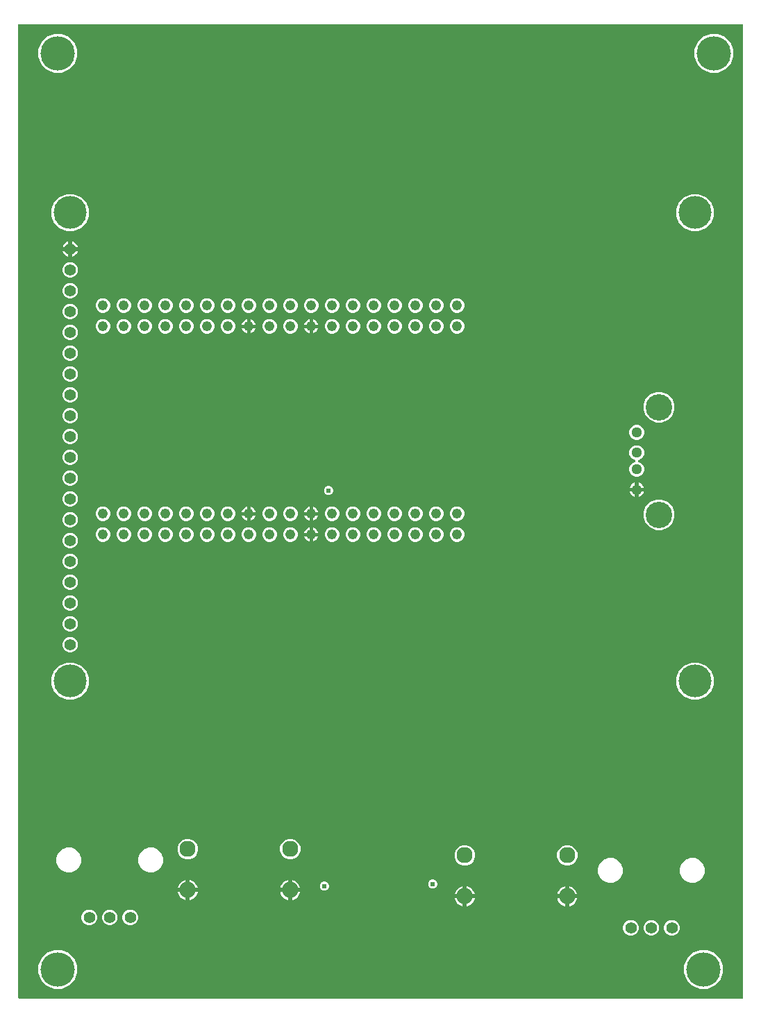
<source format=gbr>
G04 EAGLE Gerber RS-274X export*
G75*
%MOMM*%
%FSLAX34Y34*%
%LPD*%
%INCopper Layer 2*%
%IPPOS*%
%AMOC8*
5,1,8,0,0,1.08239X$1,22.5*%
G01*
%ADD10C,1.244600*%
%ADD11C,1.400000*%
%ADD12C,4.016000*%
%ADD13C,1.960000*%
%ADD14C,1.288000*%
%ADD15C,3.220000*%
%ADD16C,4.191000*%
%ADD17C,0.609600*%

G36*
X885308Y2556D02*
X885308Y2556D01*
X885427Y2563D01*
X885465Y2576D01*
X885506Y2581D01*
X885616Y2624D01*
X885729Y2661D01*
X885764Y2683D01*
X885801Y2698D01*
X885897Y2767D01*
X885998Y2831D01*
X886026Y2861D01*
X886059Y2884D01*
X886135Y2976D01*
X886216Y3063D01*
X886236Y3098D01*
X886261Y3129D01*
X886312Y3237D01*
X886370Y3341D01*
X886380Y3381D01*
X886397Y3417D01*
X886419Y3534D01*
X886449Y3649D01*
X886453Y3709D01*
X886457Y3729D01*
X886455Y3750D01*
X886459Y3810D01*
X886459Y1189990D01*
X886444Y1190108D01*
X886437Y1190227D01*
X886424Y1190265D01*
X886419Y1190306D01*
X886376Y1190416D01*
X886339Y1190529D01*
X886317Y1190564D01*
X886302Y1190601D01*
X886233Y1190697D01*
X886169Y1190798D01*
X886139Y1190826D01*
X886116Y1190859D01*
X886024Y1190935D01*
X885937Y1191016D01*
X885902Y1191036D01*
X885871Y1191061D01*
X885763Y1191112D01*
X885659Y1191170D01*
X885619Y1191180D01*
X885583Y1191197D01*
X885466Y1191219D01*
X885351Y1191249D01*
X885291Y1191253D01*
X885271Y1191257D01*
X885250Y1191255D01*
X885190Y1191259D01*
X3810Y1191259D01*
X3692Y1191244D01*
X3573Y1191237D01*
X3535Y1191224D01*
X3494Y1191219D01*
X3384Y1191176D01*
X3271Y1191139D01*
X3236Y1191117D01*
X3199Y1191102D01*
X3103Y1191033D01*
X3002Y1190969D01*
X2974Y1190939D01*
X2941Y1190916D01*
X2865Y1190824D01*
X2784Y1190737D01*
X2764Y1190702D01*
X2739Y1190671D01*
X2688Y1190563D01*
X2630Y1190459D01*
X2620Y1190419D01*
X2603Y1190383D01*
X2581Y1190266D01*
X2551Y1190151D01*
X2547Y1190091D01*
X2543Y1190071D01*
X2545Y1190050D01*
X2541Y1189990D01*
X2541Y3810D01*
X2556Y3692D01*
X2563Y3573D01*
X2576Y3535D01*
X2581Y3494D01*
X2624Y3384D01*
X2661Y3271D01*
X2683Y3236D01*
X2698Y3199D01*
X2767Y3103D01*
X2831Y3002D01*
X2861Y2974D01*
X2884Y2941D01*
X2976Y2865D01*
X3063Y2784D01*
X3098Y2764D01*
X3129Y2739D01*
X3237Y2688D01*
X3341Y2630D01*
X3381Y2620D01*
X3417Y2603D01*
X3534Y2581D01*
X3649Y2551D01*
X3709Y2547D01*
X3729Y2543D01*
X3750Y2545D01*
X3810Y2541D01*
X885190Y2541D01*
X885308Y2556D01*
G37*
%LPC*%
G36*
X846226Y1132204D02*
X846226Y1132204D01*
X837591Y1135781D01*
X830981Y1142391D01*
X827404Y1151026D01*
X827404Y1160374D01*
X830981Y1169009D01*
X837591Y1175619D01*
X846226Y1179196D01*
X855574Y1179196D01*
X864209Y1175619D01*
X870819Y1169009D01*
X874396Y1160374D01*
X874396Y1151026D01*
X870819Y1142391D01*
X864209Y1135781D01*
X855574Y1132204D01*
X846226Y1132204D01*
G37*
%LPD*%
%LPC*%
G36*
X46126Y1132204D02*
X46126Y1132204D01*
X37491Y1135781D01*
X30881Y1142391D01*
X27304Y1151026D01*
X27304Y1160374D01*
X30881Y1169009D01*
X37491Y1175619D01*
X46126Y1179196D01*
X55474Y1179196D01*
X64109Y1175619D01*
X70719Y1169009D01*
X74296Y1160374D01*
X74296Y1151026D01*
X70719Y1142391D01*
X64109Y1135781D01*
X55474Y1132204D01*
X46126Y1132204D01*
G37*
%LPD*%
%LPC*%
G36*
X46126Y14604D02*
X46126Y14604D01*
X37491Y18181D01*
X30881Y24791D01*
X27304Y33426D01*
X27304Y42774D01*
X30881Y51409D01*
X37491Y58019D01*
X46126Y61596D01*
X55474Y61596D01*
X64109Y58019D01*
X70719Y51409D01*
X74296Y42774D01*
X74296Y33426D01*
X70719Y24791D01*
X64109Y18181D01*
X55474Y14604D01*
X46126Y14604D01*
G37*
%LPD*%
%LPC*%
G36*
X833526Y14604D02*
X833526Y14604D01*
X824891Y18181D01*
X818281Y24791D01*
X814704Y33426D01*
X814704Y42774D01*
X818281Y51409D01*
X824891Y58019D01*
X833526Y61596D01*
X842874Y61596D01*
X851509Y58019D01*
X858119Y51409D01*
X861696Y42774D01*
X861696Y33426D01*
X858119Y24791D01*
X851509Y18181D01*
X842874Y14604D01*
X833526Y14604D01*
G37*
%LPD*%
%LPC*%
G36*
X823540Y938769D02*
X823540Y938769D01*
X815226Y942213D01*
X808863Y948576D01*
X805419Y956890D01*
X805419Y965890D01*
X808863Y974204D01*
X815226Y980567D01*
X823540Y984011D01*
X832540Y984011D01*
X840854Y980567D01*
X847217Y974204D01*
X850661Y965890D01*
X850661Y956890D01*
X847217Y948576D01*
X840854Y942213D01*
X832540Y938769D01*
X823540Y938769D01*
G37*
%LPD*%
%LPC*%
G36*
X61540Y938769D02*
X61540Y938769D01*
X53226Y942213D01*
X46863Y948576D01*
X43419Y956890D01*
X43419Y965890D01*
X46863Y974204D01*
X53226Y980567D01*
X61540Y984011D01*
X70540Y984011D01*
X78854Y980567D01*
X85217Y974204D01*
X88661Y965890D01*
X88661Y956890D01*
X85217Y948576D01*
X78854Y942213D01*
X70540Y938769D01*
X61540Y938769D01*
G37*
%LPD*%
%LPC*%
G36*
X61540Y367269D02*
X61540Y367269D01*
X53226Y370713D01*
X46863Y377076D01*
X43419Y385390D01*
X43419Y394390D01*
X46863Y402704D01*
X53226Y409067D01*
X61540Y412511D01*
X70540Y412511D01*
X78854Y409067D01*
X85217Y402704D01*
X88661Y394390D01*
X88661Y385390D01*
X85217Y377076D01*
X78854Y370713D01*
X70540Y367269D01*
X61540Y367269D01*
G37*
%LPD*%
%LPC*%
G36*
X823540Y367269D02*
X823540Y367269D01*
X815226Y370713D01*
X808863Y377076D01*
X805419Y385390D01*
X805419Y394390D01*
X808863Y402704D01*
X815226Y409067D01*
X823540Y412511D01*
X832540Y412511D01*
X840854Y409067D01*
X847217Y402704D01*
X850661Y394390D01*
X850661Y385390D01*
X847217Y377076D01*
X840854Y370713D01*
X832540Y367269D01*
X823540Y367269D01*
G37*
%LPD*%
%LPC*%
G36*
X780312Y574079D02*
X780312Y574079D01*
X773461Y576917D01*
X768217Y582161D01*
X765379Y589012D01*
X765379Y596428D01*
X768217Y603279D01*
X773461Y608523D01*
X780312Y611361D01*
X787728Y611361D01*
X794579Y608523D01*
X799823Y603279D01*
X802661Y596428D01*
X802661Y589012D01*
X799823Y582161D01*
X794579Y576917D01*
X787728Y574079D01*
X780312Y574079D01*
G37*
%LPD*%
%LPC*%
G36*
X780312Y705479D02*
X780312Y705479D01*
X773461Y708317D01*
X768217Y713561D01*
X765379Y720412D01*
X765379Y727828D01*
X768217Y734679D01*
X773461Y739923D01*
X780312Y742761D01*
X787728Y742761D01*
X794579Y739923D01*
X799823Y734679D01*
X802661Y727828D01*
X802661Y720412D01*
X799823Y713561D01*
X794579Y708317D01*
X787728Y705479D01*
X780312Y705479D01*
G37*
%LPD*%
%LPC*%
G36*
X721708Y143859D02*
X721708Y143859D01*
X716180Y146149D01*
X711949Y150380D01*
X709659Y155908D01*
X709659Y161892D01*
X711949Y167420D01*
X716180Y171651D01*
X721708Y173941D01*
X727692Y173941D01*
X733220Y171651D01*
X737451Y167420D01*
X739741Y161892D01*
X739741Y155908D01*
X737451Y150380D01*
X733220Y146149D01*
X727692Y143859D01*
X721708Y143859D01*
G37*
%LPD*%
%LPC*%
G36*
X821708Y143859D02*
X821708Y143859D01*
X816180Y146149D01*
X811949Y150380D01*
X809659Y155908D01*
X809659Y161892D01*
X811949Y167420D01*
X816180Y171651D01*
X821708Y173941D01*
X827692Y173941D01*
X833220Y171651D01*
X837451Y167420D01*
X839741Y161892D01*
X839741Y155908D01*
X837451Y150380D01*
X833220Y146149D01*
X827692Y143859D01*
X821708Y143859D01*
G37*
%LPD*%
%LPC*%
G36*
X61308Y156559D02*
X61308Y156559D01*
X55780Y158849D01*
X51549Y163080D01*
X49259Y168608D01*
X49259Y174592D01*
X51549Y180120D01*
X55780Y184351D01*
X61308Y186641D01*
X67292Y186641D01*
X72820Y184351D01*
X77051Y180120D01*
X79341Y174592D01*
X79341Y168608D01*
X77051Y163080D01*
X72820Y158849D01*
X67292Y156559D01*
X61308Y156559D01*
G37*
%LPD*%
%LPC*%
G36*
X161308Y156559D02*
X161308Y156559D01*
X155780Y158849D01*
X151549Y163080D01*
X149259Y168608D01*
X149259Y174592D01*
X151549Y180120D01*
X155780Y184351D01*
X161308Y186641D01*
X167292Y186641D01*
X172820Y184351D01*
X177051Y180120D01*
X179341Y174592D01*
X179341Y168608D01*
X177051Y163080D01*
X172820Y158849D01*
X167292Y156559D01*
X161308Y156559D01*
G37*
%LPD*%
%LPC*%
G36*
X755134Y639439D02*
X755134Y639439D01*
X751833Y640806D01*
X749306Y643333D01*
X747939Y646634D01*
X747939Y650206D01*
X749306Y653507D01*
X751833Y656034D01*
X754763Y657247D01*
X754884Y657316D01*
X755007Y657381D01*
X755022Y657395D01*
X755040Y657405D01*
X755140Y657502D01*
X755242Y657595D01*
X755253Y657612D01*
X755268Y657626D01*
X755341Y657745D01*
X755417Y657861D01*
X755424Y657880D01*
X755434Y657897D01*
X755475Y658030D01*
X755520Y658162D01*
X755522Y658182D01*
X755528Y658201D01*
X755535Y658340D01*
X755546Y658479D01*
X755542Y658499D01*
X755543Y658519D01*
X755515Y658655D01*
X755491Y658792D01*
X755483Y658811D01*
X755479Y658830D01*
X755417Y658956D01*
X755361Y659082D01*
X755348Y659098D01*
X755339Y659116D01*
X755249Y659222D01*
X755162Y659330D01*
X755146Y659343D01*
X755133Y659358D01*
X755019Y659438D01*
X754908Y659522D01*
X754883Y659534D01*
X754873Y659541D01*
X754853Y659548D01*
X754763Y659593D01*
X751833Y660806D01*
X749306Y663333D01*
X747939Y666634D01*
X747939Y670206D01*
X749306Y673507D01*
X751833Y676034D01*
X755134Y677401D01*
X758706Y677401D01*
X762007Y676034D01*
X764534Y673507D01*
X765901Y670206D01*
X765901Y666634D01*
X764534Y663333D01*
X762007Y660806D01*
X759077Y659593D01*
X758956Y659524D01*
X758833Y659459D01*
X758818Y659445D01*
X758800Y659435D01*
X758700Y659338D01*
X758598Y659245D01*
X758586Y659228D01*
X758572Y659214D01*
X758499Y659096D01*
X758423Y658979D01*
X758416Y658960D01*
X758406Y658943D01*
X758365Y658810D01*
X758320Y658678D01*
X758318Y658658D01*
X758312Y658639D01*
X758305Y658500D01*
X758294Y658361D01*
X758298Y658341D01*
X758297Y658321D01*
X758325Y658185D01*
X758349Y658048D01*
X758357Y658029D01*
X758361Y658010D01*
X758422Y657885D01*
X758479Y657758D01*
X758492Y657742D01*
X758501Y657724D01*
X758591Y657618D01*
X758678Y657510D01*
X758694Y657497D01*
X758707Y657482D01*
X758821Y657402D01*
X758932Y657318D01*
X758957Y657306D01*
X758967Y657299D01*
X758987Y657292D01*
X759077Y657247D01*
X762007Y656034D01*
X764534Y653507D01*
X765901Y650206D01*
X765901Y646634D01*
X764534Y643333D01*
X762007Y640806D01*
X758706Y639439D01*
X755134Y639439D01*
G37*
%LPD*%
%LPC*%
G36*
X669645Y165059D02*
X669645Y165059D01*
X665110Y166938D01*
X661638Y170410D01*
X659759Y174945D01*
X659759Y179855D01*
X661638Y184390D01*
X665110Y187862D01*
X669645Y189741D01*
X674555Y189741D01*
X679090Y187862D01*
X682562Y184390D01*
X684441Y179855D01*
X684441Y174945D01*
X682562Y170410D01*
X679090Y166938D01*
X674555Y165059D01*
X669645Y165059D01*
G37*
%LPD*%
%LPC*%
G36*
X331825Y172679D02*
X331825Y172679D01*
X327290Y174558D01*
X323818Y178030D01*
X321939Y182565D01*
X321939Y187475D01*
X323818Y192010D01*
X327290Y195482D01*
X331825Y197361D01*
X336735Y197361D01*
X341270Y195482D01*
X344742Y192010D01*
X346621Y187475D01*
X346621Y182565D01*
X344742Y178030D01*
X341270Y174558D01*
X336735Y172679D01*
X331825Y172679D01*
G37*
%LPD*%
%LPC*%
G36*
X206825Y172679D02*
X206825Y172679D01*
X202290Y174558D01*
X198818Y178030D01*
X196939Y182565D01*
X196939Y187475D01*
X198818Y192010D01*
X202290Y195482D01*
X206825Y197361D01*
X211735Y197361D01*
X216270Y195482D01*
X219742Y192010D01*
X221621Y187475D01*
X221621Y182565D01*
X219742Y178030D01*
X216270Y174558D01*
X211735Y172679D01*
X206825Y172679D01*
G37*
%LPD*%
%LPC*%
G36*
X544645Y165059D02*
X544645Y165059D01*
X540110Y166938D01*
X536638Y170410D01*
X534759Y174945D01*
X534759Y179855D01*
X536638Y184390D01*
X540110Y187862D01*
X544645Y189741D01*
X549555Y189741D01*
X554090Y187862D01*
X557562Y184390D01*
X559441Y179855D01*
X559441Y174945D01*
X557562Y170410D01*
X554090Y166938D01*
X549555Y165059D01*
X544645Y165059D01*
G37*
%LPD*%
%LPC*%
G36*
X64142Y551799D02*
X64142Y551799D01*
X60636Y553252D01*
X57952Y555936D01*
X56499Y559442D01*
X56499Y563238D01*
X57952Y566744D01*
X60636Y569428D01*
X64142Y570881D01*
X67938Y570881D01*
X71444Y569428D01*
X74128Y566744D01*
X75581Y563238D01*
X75581Y559442D01*
X74128Y555936D01*
X71444Y553252D01*
X67938Y551799D01*
X64142Y551799D01*
G37*
%LPD*%
%LPC*%
G36*
X64142Y577199D02*
X64142Y577199D01*
X60636Y578652D01*
X57952Y581336D01*
X56499Y584842D01*
X56499Y588638D01*
X57952Y592144D01*
X60636Y594828D01*
X64142Y596281D01*
X67938Y596281D01*
X71444Y594828D01*
X74128Y592144D01*
X75581Y588638D01*
X75581Y584842D01*
X74128Y581336D01*
X71444Y578652D01*
X67938Y577199D01*
X64142Y577199D01*
G37*
%LPD*%
%LPC*%
G36*
X64142Y424799D02*
X64142Y424799D01*
X60636Y426252D01*
X57952Y428936D01*
X56499Y432442D01*
X56499Y436238D01*
X57952Y439744D01*
X60636Y442428D01*
X64142Y443881D01*
X67938Y443881D01*
X71444Y442428D01*
X74128Y439744D01*
X75581Y436238D01*
X75581Y432442D01*
X74128Y428936D01*
X71444Y426252D01*
X67938Y424799D01*
X64142Y424799D01*
G37*
%LPD*%
%LPC*%
G36*
X64142Y805799D02*
X64142Y805799D01*
X60636Y807252D01*
X57952Y809936D01*
X56499Y813442D01*
X56499Y817238D01*
X57952Y820744D01*
X60636Y823428D01*
X64142Y824881D01*
X67938Y824881D01*
X71444Y823428D01*
X74128Y820744D01*
X75581Y817238D01*
X75581Y813442D01*
X74128Y809936D01*
X71444Y807252D01*
X67938Y805799D01*
X64142Y805799D01*
G37*
%LPD*%
%LPC*%
G36*
X64142Y881999D02*
X64142Y881999D01*
X60636Y883452D01*
X57952Y886136D01*
X56499Y889642D01*
X56499Y893438D01*
X57952Y896944D01*
X60636Y899628D01*
X64142Y901081D01*
X67938Y901081D01*
X71444Y899628D01*
X74128Y896944D01*
X75581Y893438D01*
X75581Y889642D01*
X74128Y886136D01*
X71444Y883452D01*
X67938Y881999D01*
X64142Y881999D01*
G37*
%LPD*%
%LPC*%
G36*
X64142Y856599D02*
X64142Y856599D01*
X60636Y858052D01*
X57952Y860736D01*
X56499Y864242D01*
X56499Y868038D01*
X57952Y871544D01*
X60636Y874228D01*
X64142Y875681D01*
X67938Y875681D01*
X71444Y874228D01*
X74128Y871544D01*
X75581Y868038D01*
X75581Y864242D01*
X74128Y860736D01*
X71444Y858052D01*
X67938Y856599D01*
X64142Y856599D01*
G37*
%LPD*%
%LPC*%
G36*
X64142Y475599D02*
X64142Y475599D01*
X60636Y477052D01*
X57952Y479736D01*
X56499Y483242D01*
X56499Y487038D01*
X57952Y490544D01*
X60636Y493228D01*
X64142Y494681D01*
X67938Y494681D01*
X71444Y493228D01*
X74128Y490544D01*
X75581Y487038D01*
X75581Y483242D01*
X74128Y479736D01*
X71444Y477052D01*
X67938Y475599D01*
X64142Y475599D01*
G37*
%LPD*%
%LPC*%
G36*
X64142Y450199D02*
X64142Y450199D01*
X60636Y451652D01*
X57952Y454336D01*
X56499Y457842D01*
X56499Y461638D01*
X57952Y465144D01*
X60636Y467828D01*
X64142Y469281D01*
X67938Y469281D01*
X71444Y467828D01*
X74128Y465144D01*
X75581Y461638D01*
X75581Y457842D01*
X74128Y454336D01*
X71444Y451652D01*
X67938Y450199D01*
X64142Y450199D01*
G37*
%LPD*%
%LPC*%
G36*
X64142Y780399D02*
X64142Y780399D01*
X60636Y781852D01*
X57952Y784536D01*
X56499Y788042D01*
X56499Y791838D01*
X57952Y795344D01*
X60636Y798028D01*
X64142Y799481D01*
X67938Y799481D01*
X71444Y798028D01*
X74128Y795344D01*
X75581Y791838D01*
X75581Y788042D01*
X74128Y784536D01*
X71444Y781852D01*
X67938Y780399D01*
X64142Y780399D01*
G37*
%LPD*%
%LPC*%
G36*
X64142Y831199D02*
X64142Y831199D01*
X60636Y832652D01*
X57952Y835336D01*
X56499Y838842D01*
X56499Y842638D01*
X57952Y846144D01*
X60636Y848828D01*
X64142Y850281D01*
X67938Y850281D01*
X71444Y848828D01*
X74128Y846144D01*
X75581Y842638D01*
X75581Y838842D01*
X74128Y835336D01*
X71444Y832652D01*
X67938Y831199D01*
X64142Y831199D01*
G37*
%LPD*%
%LPC*%
G36*
X64142Y754999D02*
X64142Y754999D01*
X60636Y756452D01*
X57952Y759136D01*
X56499Y762642D01*
X56499Y766438D01*
X57952Y769944D01*
X60636Y772628D01*
X64142Y774081D01*
X67938Y774081D01*
X71444Y772628D01*
X74128Y769944D01*
X75581Y766438D01*
X75581Y762642D01*
X74128Y759136D01*
X71444Y756452D01*
X67938Y754999D01*
X64142Y754999D01*
G37*
%LPD*%
%LPC*%
G36*
X64142Y729599D02*
X64142Y729599D01*
X60636Y731052D01*
X57952Y733736D01*
X56499Y737242D01*
X56499Y741038D01*
X57952Y744544D01*
X60636Y747228D01*
X64142Y748681D01*
X67938Y748681D01*
X71444Y747228D01*
X74128Y744544D01*
X75581Y741038D01*
X75581Y737242D01*
X74128Y733736D01*
X71444Y731052D01*
X67938Y729599D01*
X64142Y729599D01*
G37*
%LPD*%
%LPC*%
G36*
X64142Y500999D02*
X64142Y500999D01*
X60636Y502452D01*
X57952Y505136D01*
X56499Y508642D01*
X56499Y512438D01*
X57952Y515944D01*
X60636Y518628D01*
X64142Y520081D01*
X67938Y520081D01*
X71444Y518628D01*
X74128Y515944D01*
X75581Y512438D01*
X75581Y508642D01*
X74128Y505136D01*
X71444Y502452D01*
X67938Y500999D01*
X64142Y500999D01*
G37*
%LPD*%
%LPC*%
G36*
X64142Y704199D02*
X64142Y704199D01*
X60636Y705652D01*
X57952Y708336D01*
X56499Y711842D01*
X56499Y715638D01*
X57952Y719144D01*
X60636Y721828D01*
X64142Y723281D01*
X67938Y723281D01*
X71444Y721828D01*
X74128Y719144D01*
X75581Y715638D01*
X75581Y711842D01*
X74128Y708336D01*
X71444Y705652D01*
X67938Y704199D01*
X64142Y704199D01*
G37*
%LPD*%
%LPC*%
G36*
X64142Y526399D02*
X64142Y526399D01*
X60636Y527852D01*
X57952Y530536D01*
X56499Y534042D01*
X56499Y537838D01*
X57952Y541344D01*
X60636Y544028D01*
X64142Y545481D01*
X67938Y545481D01*
X71444Y544028D01*
X74128Y541344D01*
X75581Y537838D01*
X75581Y534042D01*
X74128Y530536D01*
X71444Y527852D01*
X67938Y526399D01*
X64142Y526399D01*
G37*
%LPD*%
%LPC*%
G36*
X64142Y602599D02*
X64142Y602599D01*
X60636Y604052D01*
X57952Y606736D01*
X56499Y610242D01*
X56499Y614038D01*
X57952Y617544D01*
X60636Y620228D01*
X64142Y621681D01*
X67938Y621681D01*
X71444Y620228D01*
X74128Y617544D01*
X75581Y614038D01*
X75581Y610242D01*
X74128Y606736D01*
X71444Y604052D01*
X67938Y602599D01*
X64142Y602599D01*
G37*
%LPD*%
%LPC*%
G36*
X64142Y653399D02*
X64142Y653399D01*
X60636Y654852D01*
X57952Y657536D01*
X56499Y661042D01*
X56499Y664838D01*
X57952Y668344D01*
X60636Y671028D01*
X64142Y672481D01*
X67938Y672481D01*
X71444Y671028D01*
X74128Y668344D01*
X75581Y664838D01*
X75581Y661042D01*
X74128Y657536D01*
X71444Y654852D01*
X67938Y653399D01*
X64142Y653399D01*
G37*
%LPD*%
%LPC*%
G36*
X64142Y627999D02*
X64142Y627999D01*
X60636Y629452D01*
X57952Y632136D01*
X56499Y635642D01*
X56499Y639438D01*
X57952Y642944D01*
X60636Y645628D01*
X64142Y647081D01*
X67938Y647081D01*
X71444Y645628D01*
X74128Y642944D01*
X75581Y639438D01*
X75581Y635642D01*
X74128Y632136D01*
X71444Y629452D01*
X67938Y627999D01*
X64142Y627999D01*
G37*
%LPD*%
%LPC*%
G36*
X137402Y92059D02*
X137402Y92059D01*
X133896Y93512D01*
X131212Y96196D01*
X129759Y99702D01*
X129759Y103498D01*
X131212Y107004D01*
X133896Y109688D01*
X137402Y111141D01*
X141198Y111141D01*
X144704Y109688D01*
X147388Y107004D01*
X148841Y103498D01*
X148841Y99702D01*
X147388Y96196D01*
X144704Y93512D01*
X141198Y92059D01*
X137402Y92059D01*
G37*
%LPD*%
%LPC*%
G36*
X64142Y678799D02*
X64142Y678799D01*
X60636Y680252D01*
X57952Y682936D01*
X56499Y686442D01*
X56499Y690238D01*
X57952Y693744D01*
X60636Y696428D01*
X64142Y697881D01*
X67938Y697881D01*
X71444Y696428D01*
X74128Y693744D01*
X75581Y690238D01*
X75581Y686442D01*
X74128Y682936D01*
X71444Y680252D01*
X67938Y678799D01*
X64142Y678799D01*
G37*
%LPD*%
%LPC*%
G36*
X87402Y92059D02*
X87402Y92059D01*
X83896Y93512D01*
X81212Y96196D01*
X79759Y99702D01*
X79759Y103498D01*
X81212Y107004D01*
X83896Y109688D01*
X87402Y111141D01*
X91198Y111141D01*
X94704Y109688D01*
X97388Y107004D01*
X98841Y103498D01*
X98841Y99702D01*
X97388Y96196D01*
X94704Y93512D01*
X91198Y92059D01*
X87402Y92059D01*
G37*
%LPD*%
%LPC*%
G36*
X797802Y79359D02*
X797802Y79359D01*
X794296Y80812D01*
X791612Y83496D01*
X790159Y87002D01*
X790159Y90798D01*
X791612Y94304D01*
X794296Y96988D01*
X797802Y98441D01*
X801598Y98441D01*
X805104Y96988D01*
X807788Y94304D01*
X809241Y90798D01*
X809241Y87002D01*
X807788Y83496D01*
X805104Y80812D01*
X801598Y79359D01*
X797802Y79359D01*
G37*
%LPD*%
%LPC*%
G36*
X772802Y79359D02*
X772802Y79359D01*
X769296Y80812D01*
X766612Y83496D01*
X765159Y87002D01*
X765159Y90798D01*
X766612Y94304D01*
X769296Y96988D01*
X772802Y98441D01*
X776598Y98441D01*
X780104Y96988D01*
X782788Y94304D01*
X784241Y90798D01*
X784241Y87002D01*
X782788Y83496D01*
X780104Y80812D01*
X776598Y79359D01*
X772802Y79359D01*
G37*
%LPD*%
%LPC*%
G36*
X747802Y79359D02*
X747802Y79359D01*
X744296Y80812D01*
X741612Y83496D01*
X740159Y87002D01*
X740159Y90798D01*
X741612Y94304D01*
X744296Y96988D01*
X747802Y98441D01*
X751598Y98441D01*
X755104Y96988D01*
X757788Y94304D01*
X759241Y90798D01*
X759241Y87002D01*
X757788Y83496D01*
X755104Y80812D01*
X751598Y79359D01*
X747802Y79359D01*
G37*
%LPD*%
%LPC*%
G36*
X112402Y92059D02*
X112402Y92059D01*
X108896Y93512D01*
X106212Y96196D01*
X104759Y99702D01*
X104759Y103498D01*
X106212Y107004D01*
X108896Y109688D01*
X112402Y111141D01*
X116198Y111141D01*
X119704Y109688D01*
X122388Y107004D01*
X123841Y103498D01*
X123841Y99702D01*
X122388Y96196D01*
X119704Y93512D01*
X116198Y92059D01*
X112402Y92059D01*
G37*
%LPD*%
%LPC*%
G36*
X755134Y684439D02*
X755134Y684439D01*
X751833Y685806D01*
X749306Y688333D01*
X747939Y691634D01*
X747939Y695206D01*
X749306Y698507D01*
X751833Y701034D01*
X755134Y702401D01*
X758706Y702401D01*
X762007Y701034D01*
X764534Y698507D01*
X765901Y695206D01*
X765901Y691634D01*
X764534Y688333D01*
X762007Y685806D01*
X758706Y684439D01*
X755134Y684439D01*
G37*
%LPD*%
%LPC*%
G36*
X358257Y839336D02*
X358257Y839336D01*
X355036Y840670D01*
X352570Y843136D01*
X351236Y846357D01*
X351236Y849843D01*
X352570Y853064D01*
X355036Y855530D01*
X358257Y856864D01*
X361743Y856864D01*
X364964Y855530D01*
X367430Y853064D01*
X368764Y849843D01*
X368764Y846357D01*
X367430Y843136D01*
X364964Y840670D01*
X361743Y839336D01*
X358257Y839336D01*
G37*
%LPD*%
%LPC*%
G36*
X332857Y839336D02*
X332857Y839336D01*
X329636Y840670D01*
X327170Y843136D01*
X325836Y846357D01*
X325836Y849843D01*
X327170Y853064D01*
X329636Y855530D01*
X332857Y856864D01*
X336343Y856864D01*
X339564Y855530D01*
X342030Y853064D01*
X343364Y849843D01*
X343364Y846357D01*
X342030Y843136D01*
X339564Y840670D01*
X336343Y839336D01*
X332857Y839336D01*
G37*
%LPD*%
%LPC*%
G36*
X282057Y839336D02*
X282057Y839336D01*
X278836Y840670D01*
X276370Y843136D01*
X275036Y846357D01*
X275036Y849843D01*
X276370Y853064D01*
X278836Y855530D01*
X282057Y856864D01*
X285543Y856864D01*
X288764Y855530D01*
X291230Y853064D01*
X292564Y849843D01*
X292564Y846357D01*
X291230Y843136D01*
X288764Y840670D01*
X285543Y839336D01*
X282057Y839336D01*
G37*
%LPD*%
%LPC*%
G36*
X256657Y839336D02*
X256657Y839336D01*
X253436Y840670D01*
X250970Y843136D01*
X249636Y846357D01*
X249636Y849843D01*
X250970Y853064D01*
X253436Y855530D01*
X256657Y856864D01*
X260143Y856864D01*
X263364Y855530D01*
X265830Y853064D01*
X267164Y849843D01*
X267164Y846357D01*
X265830Y843136D01*
X263364Y840670D01*
X260143Y839336D01*
X256657Y839336D01*
G37*
%LPD*%
%LPC*%
G36*
X231257Y839336D02*
X231257Y839336D01*
X228036Y840670D01*
X225570Y843136D01*
X224236Y846357D01*
X224236Y849843D01*
X225570Y853064D01*
X228036Y855530D01*
X231257Y856864D01*
X234743Y856864D01*
X237964Y855530D01*
X240430Y853064D01*
X241764Y849843D01*
X241764Y846357D01*
X240430Y843136D01*
X237964Y840670D01*
X234743Y839336D01*
X231257Y839336D01*
G37*
%LPD*%
%LPC*%
G36*
X205857Y839336D02*
X205857Y839336D01*
X202636Y840670D01*
X200170Y843136D01*
X198836Y846357D01*
X198836Y849843D01*
X200170Y853064D01*
X202636Y855530D01*
X205857Y856864D01*
X209343Y856864D01*
X212564Y855530D01*
X215030Y853064D01*
X216364Y849843D01*
X216364Y846357D01*
X215030Y843136D01*
X212564Y840670D01*
X209343Y839336D01*
X205857Y839336D01*
G37*
%LPD*%
%LPC*%
G36*
X180457Y839336D02*
X180457Y839336D01*
X177236Y840670D01*
X174770Y843136D01*
X173436Y846357D01*
X173436Y849843D01*
X174770Y853064D01*
X177236Y855530D01*
X180457Y856864D01*
X183943Y856864D01*
X187164Y855530D01*
X189630Y853064D01*
X190964Y849843D01*
X190964Y846357D01*
X189630Y843136D01*
X187164Y840670D01*
X183943Y839336D01*
X180457Y839336D01*
G37*
%LPD*%
%LPC*%
G36*
X155057Y839336D02*
X155057Y839336D01*
X151836Y840670D01*
X149370Y843136D01*
X148036Y846357D01*
X148036Y849843D01*
X149370Y853064D01*
X151836Y855530D01*
X155057Y856864D01*
X158543Y856864D01*
X161764Y855530D01*
X164230Y853064D01*
X165564Y849843D01*
X165564Y846357D01*
X164230Y843136D01*
X161764Y840670D01*
X158543Y839336D01*
X155057Y839336D01*
G37*
%LPD*%
%LPC*%
G36*
X129657Y839336D02*
X129657Y839336D01*
X126436Y840670D01*
X123970Y843136D01*
X122636Y846357D01*
X122636Y849843D01*
X123970Y853064D01*
X126436Y855530D01*
X129657Y856864D01*
X133143Y856864D01*
X136364Y855530D01*
X138830Y853064D01*
X140164Y849843D01*
X140164Y846357D01*
X138830Y843136D01*
X136364Y840670D01*
X133143Y839336D01*
X129657Y839336D01*
G37*
%LPD*%
%LPC*%
G36*
X104257Y839336D02*
X104257Y839336D01*
X101036Y840670D01*
X98570Y843136D01*
X97236Y846357D01*
X97236Y849843D01*
X98570Y853064D01*
X101036Y855530D01*
X104257Y856864D01*
X107743Y856864D01*
X110964Y855530D01*
X113430Y853064D01*
X114764Y849843D01*
X114764Y846357D01*
X113430Y843136D01*
X110964Y840670D01*
X107743Y839336D01*
X104257Y839336D01*
G37*
%LPD*%
%LPC*%
G36*
X129657Y813936D02*
X129657Y813936D01*
X126436Y815270D01*
X123970Y817736D01*
X122636Y820957D01*
X122636Y824443D01*
X123970Y827664D01*
X126436Y830130D01*
X129657Y831464D01*
X133143Y831464D01*
X136364Y830130D01*
X138830Y827664D01*
X140164Y824443D01*
X140164Y820957D01*
X138830Y817736D01*
X136364Y815270D01*
X133143Y813936D01*
X129657Y813936D01*
G37*
%LPD*%
%LPC*%
G36*
X104257Y813936D02*
X104257Y813936D01*
X101036Y815270D01*
X98570Y817736D01*
X97236Y820957D01*
X97236Y824443D01*
X98570Y827664D01*
X101036Y830130D01*
X104257Y831464D01*
X107743Y831464D01*
X110964Y830130D01*
X113430Y827664D01*
X114764Y824443D01*
X114764Y820957D01*
X113430Y817736D01*
X110964Y815270D01*
X107743Y813936D01*
X104257Y813936D01*
G37*
%LPD*%
%LPC*%
G36*
X536057Y813936D02*
X536057Y813936D01*
X532836Y815270D01*
X530370Y817736D01*
X529036Y820957D01*
X529036Y824443D01*
X530370Y827664D01*
X532836Y830130D01*
X536057Y831464D01*
X539543Y831464D01*
X542764Y830130D01*
X545230Y827664D01*
X546564Y824443D01*
X546564Y820957D01*
X545230Y817736D01*
X542764Y815270D01*
X539543Y813936D01*
X536057Y813936D01*
G37*
%LPD*%
%LPC*%
G36*
X510657Y813936D02*
X510657Y813936D01*
X507436Y815270D01*
X504970Y817736D01*
X503636Y820957D01*
X503636Y824443D01*
X504970Y827664D01*
X507436Y830130D01*
X510657Y831464D01*
X514143Y831464D01*
X517364Y830130D01*
X519830Y827664D01*
X521164Y824443D01*
X521164Y820957D01*
X519830Y817736D01*
X517364Y815270D01*
X514143Y813936D01*
X510657Y813936D01*
G37*
%LPD*%
%LPC*%
G36*
X485257Y813936D02*
X485257Y813936D01*
X482036Y815270D01*
X479570Y817736D01*
X478236Y820957D01*
X478236Y824443D01*
X479570Y827664D01*
X482036Y830130D01*
X485257Y831464D01*
X488743Y831464D01*
X491964Y830130D01*
X494430Y827664D01*
X495764Y824443D01*
X495764Y820957D01*
X494430Y817736D01*
X491964Y815270D01*
X488743Y813936D01*
X485257Y813936D01*
G37*
%LPD*%
%LPC*%
G36*
X459857Y813936D02*
X459857Y813936D01*
X456636Y815270D01*
X454170Y817736D01*
X452836Y820957D01*
X452836Y824443D01*
X454170Y827664D01*
X456636Y830130D01*
X459857Y831464D01*
X463343Y831464D01*
X466564Y830130D01*
X469030Y827664D01*
X470364Y824443D01*
X470364Y820957D01*
X469030Y817736D01*
X466564Y815270D01*
X463343Y813936D01*
X459857Y813936D01*
G37*
%LPD*%
%LPC*%
G36*
X434457Y813936D02*
X434457Y813936D01*
X431236Y815270D01*
X428770Y817736D01*
X427436Y820957D01*
X427436Y824443D01*
X428770Y827664D01*
X431236Y830130D01*
X434457Y831464D01*
X437943Y831464D01*
X441164Y830130D01*
X443630Y827664D01*
X444964Y824443D01*
X444964Y820957D01*
X443630Y817736D01*
X441164Y815270D01*
X437943Y813936D01*
X434457Y813936D01*
G37*
%LPD*%
%LPC*%
G36*
X409057Y813936D02*
X409057Y813936D01*
X405836Y815270D01*
X403370Y817736D01*
X402036Y820957D01*
X402036Y824443D01*
X403370Y827664D01*
X405836Y830130D01*
X409057Y831464D01*
X412543Y831464D01*
X415764Y830130D01*
X418230Y827664D01*
X419564Y824443D01*
X419564Y820957D01*
X418230Y817736D01*
X415764Y815270D01*
X412543Y813936D01*
X409057Y813936D01*
G37*
%LPD*%
%LPC*%
G36*
X383657Y813936D02*
X383657Y813936D01*
X380436Y815270D01*
X377970Y817736D01*
X376636Y820957D01*
X376636Y824443D01*
X377970Y827664D01*
X380436Y830130D01*
X383657Y831464D01*
X387143Y831464D01*
X390364Y830130D01*
X392830Y827664D01*
X394164Y824443D01*
X394164Y820957D01*
X392830Y817736D01*
X390364Y815270D01*
X387143Y813936D01*
X383657Y813936D01*
G37*
%LPD*%
%LPC*%
G36*
X332857Y813936D02*
X332857Y813936D01*
X329636Y815270D01*
X327170Y817736D01*
X325836Y820957D01*
X325836Y824443D01*
X327170Y827664D01*
X329636Y830130D01*
X332857Y831464D01*
X336343Y831464D01*
X339564Y830130D01*
X342030Y827664D01*
X343364Y824443D01*
X343364Y820957D01*
X342030Y817736D01*
X339564Y815270D01*
X336343Y813936D01*
X332857Y813936D01*
G37*
%LPD*%
%LPC*%
G36*
X307457Y813936D02*
X307457Y813936D01*
X304236Y815270D01*
X301770Y817736D01*
X300436Y820957D01*
X300436Y824443D01*
X301770Y827664D01*
X304236Y830130D01*
X307457Y831464D01*
X310943Y831464D01*
X314164Y830130D01*
X316630Y827664D01*
X317964Y824443D01*
X317964Y820957D01*
X316630Y817736D01*
X314164Y815270D01*
X310943Y813936D01*
X307457Y813936D01*
G37*
%LPD*%
%LPC*%
G36*
X256657Y813936D02*
X256657Y813936D01*
X253436Y815270D01*
X250970Y817736D01*
X249636Y820957D01*
X249636Y824443D01*
X250970Y827664D01*
X253436Y830130D01*
X256657Y831464D01*
X260143Y831464D01*
X263364Y830130D01*
X265830Y827664D01*
X267164Y824443D01*
X267164Y820957D01*
X265830Y817736D01*
X263364Y815270D01*
X260143Y813936D01*
X256657Y813936D01*
G37*
%LPD*%
%LPC*%
G36*
X231257Y813936D02*
X231257Y813936D01*
X228036Y815270D01*
X225570Y817736D01*
X224236Y820957D01*
X224236Y824443D01*
X225570Y827664D01*
X228036Y830130D01*
X231257Y831464D01*
X234743Y831464D01*
X237964Y830130D01*
X240430Y827664D01*
X241764Y824443D01*
X241764Y820957D01*
X240430Y817736D01*
X237964Y815270D01*
X234743Y813936D01*
X231257Y813936D01*
G37*
%LPD*%
%LPC*%
G36*
X205857Y813936D02*
X205857Y813936D01*
X202636Y815270D01*
X200170Y817736D01*
X198836Y820957D01*
X198836Y824443D01*
X200170Y827664D01*
X202636Y830130D01*
X205857Y831464D01*
X209343Y831464D01*
X212564Y830130D01*
X215030Y827664D01*
X216364Y824443D01*
X216364Y820957D01*
X215030Y817736D01*
X212564Y815270D01*
X209343Y813936D01*
X205857Y813936D01*
G37*
%LPD*%
%LPC*%
G36*
X180457Y813936D02*
X180457Y813936D01*
X177236Y815270D01*
X174770Y817736D01*
X173436Y820957D01*
X173436Y824443D01*
X174770Y827664D01*
X177236Y830130D01*
X180457Y831464D01*
X183943Y831464D01*
X187164Y830130D01*
X189630Y827664D01*
X190964Y824443D01*
X190964Y820957D01*
X189630Y817736D01*
X187164Y815270D01*
X183943Y813936D01*
X180457Y813936D01*
G37*
%LPD*%
%LPC*%
G36*
X155057Y813936D02*
X155057Y813936D01*
X151836Y815270D01*
X149370Y817736D01*
X148036Y820957D01*
X148036Y824443D01*
X149370Y827664D01*
X151836Y830130D01*
X155057Y831464D01*
X158543Y831464D01*
X161764Y830130D01*
X164230Y827664D01*
X165564Y824443D01*
X165564Y820957D01*
X164230Y817736D01*
X161764Y815270D01*
X158543Y813936D01*
X155057Y813936D01*
G37*
%LPD*%
%LPC*%
G36*
X129657Y585336D02*
X129657Y585336D01*
X126436Y586670D01*
X123970Y589136D01*
X122636Y592357D01*
X122636Y595843D01*
X123970Y599064D01*
X126436Y601530D01*
X129657Y602864D01*
X133143Y602864D01*
X136364Y601530D01*
X138830Y599064D01*
X140164Y595843D01*
X140164Y592357D01*
X138830Y589136D01*
X136364Y586670D01*
X133143Y585336D01*
X129657Y585336D01*
G37*
%LPD*%
%LPC*%
G36*
X104257Y585336D02*
X104257Y585336D01*
X101036Y586670D01*
X98570Y589136D01*
X97236Y592357D01*
X97236Y595843D01*
X98570Y599064D01*
X101036Y601530D01*
X104257Y602864D01*
X107743Y602864D01*
X110964Y601530D01*
X113430Y599064D01*
X114764Y595843D01*
X114764Y592357D01*
X113430Y589136D01*
X110964Y586670D01*
X107743Y585336D01*
X104257Y585336D01*
G37*
%LPD*%
%LPC*%
G36*
X536057Y585336D02*
X536057Y585336D01*
X532836Y586670D01*
X530370Y589136D01*
X529036Y592357D01*
X529036Y595843D01*
X530370Y599064D01*
X532836Y601530D01*
X536057Y602864D01*
X539543Y602864D01*
X542764Y601530D01*
X545230Y599064D01*
X546564Y595843D01*
X546564Y592357D01*
X545230Y589136D01*
X542764Y586670D01*
X539543Y585336D01*
X536057Y585336D01*
G37*
%LPD*%
%LPC*%
G36*
X510657Y585336D02*
X510657Y585336D01*
X507436Y586670D01*
X504970Y589136D01*
X503636Y592357D01*
X503636Y595843D01*
X504970Y599064D01*
X507436Y601530D01*
X510657Y602864D01*
X514143Y602864D01*
X517364Y601530D01*
X519830Y599064D01*
X521164Y595843D01*
X521164Y592357D01*
X519830Y589136D01*
X517364Y586670D01*
X514143Y585336D01*
X510657Y585336D01*
G37*
%LPD*%
%LPC*%
G36*
X485257Y585336D02*
X485257Y585336D01*
X482036Y586670D01*
X479570Y589136D01*
X478236Y592357D01*
X478236Y595843D01*
X479570Y599064D01*
X482036Y601530D01*
X485257Y602864D01*
X488743Y602864D01*
X491964Y601530D01*
X494430Y599064D01*
X495764Y595843D01*
X495764Y592357D01*
X494430Y589136D01*
X491964Y586670D01*
X488743Y585336D01*
X485257Y585336D01*
G37*
%LPD*%
%LPC*%
G36*
X459857Y585336D02*
X459857Y585336D01*
X456636Y586670D01*
X454170Y589136D01*
X452836Y592357D01*
X452836Y595843D01*
X454170Y599064D01*
X456636Y601530D01*
X459857Y602864D01*
X463343Y602864D01*
X466564Y601530D01*
X469030Y599064D01*
X470364Y595843D01*
X470364Y592357D01*
X469030Y589136D01*
X466564Y586670D01*
X463343Y585336D01*
X459857Y585336D01*
G37*
%LPD*%
%LPC*%
G36*
X434457Y585336D02*
X434457Y585336D01*
X431236Y586670D01*
X428770Y589136D01*
X427436Y592357D01*
X427436Y595843D01*
X428770Y599064D01*
X431236Y601530D01*
X434457Y602864D01*
X437943Y602864D01*
X441164Y601530D01*
X443630Y599064D01*
X444964Y595843D01*
X444964Y592357D01*
X443630Y589136D01*
X441164Y586670D01*
X437943Y585336D01*
X434457Y585336D01*
G37*
%LPD*%
%LPC*%
G36*
X409057Y585336D02*
X409057Y585336D01*
X405836Y586670D01*
X403370Y589136D01*
X402036Y592357D01*
X402036Y595843D01*
X403370Y599064D01*
X405836Y601530D01*
X409057Y602864D01*
X412543Y602864D01*
X415764Y601530D01*
X418230Y599064D01*
X419564Y595843D01*
X419564Y592357D01*
X418230Y589136D01*
X415764Y586670D01*
X412543Y585336D01*
X409057Y585336D01*
G37*
%LPD*%
%LPC*%
G36*
X383657Y585336D02*
X383657Y585336D01*
X380436Y586670D01*
X377970Y589136D01*
X376636Y592357D01*
X376636Y595843D01*
X377970Y599064D01*
X380436Y601530D01*
X383657Y602864D01*
X387143Y602864D01*
X390364Y601530D01*
X392830Y599064D01*
X394164Y595843D01*
X394164Y592357D01*
X392830Y589136D01*
X390364Y586670D01*
X387143Y585336D01*
X383657Y585336D01*
G37*
%LPD*%
%LPC*%
G36*
X332857Y585336D02*
X332857Y585336D01*
X329636Y586670D01*
X327170Y589136D01*
X325836Y592357D01*
X325836Y595843D01*
X327170Y599064D01*
X329636Y601530D01*
X332857Y602864D01*
X336343Y602864D01*
X339564Y601530D01*
X342030Y599064D01*
X343364Y595843D01*
X343364Y592357D01*
X342030Y589136D01*
X339564Y586670D01*
X336343Y585336D01*
X332857Y585336D01*
G37*
%LPD*%
%LPC*%
G36*
X307457Y839336D02*
X307457Y839336D01*
X304236Y840670D01*
X301770Y843136D01*
X300436Y846357D01*
X300436Y849843D01*
X301770Y853064D01*
X304236Y855530D01*
X307457Y856864D01*
X310943Y856864D01*
X314164Y855530D01*
X316630Y853064D01*
X317964Y849843D01*
X317964Y846357D01*
X316630Y843136D01*
X314164Y840670D01*
X310943Y839336D01*
X307457Y839336D01*
G37*
%LPD*%
%LPC*%
G36*
X256657Y585336D02*
X256657Y585336D01*
X253436Y586670D01*
X250970Y589136D01*
X249636Y592357D01*
X249636Y595843D01*
X250970Y599064D01*
X253436Y601530D01*
X256657Y602864D01*
X260143Y602864D01*
X263364Y601530D01*
X265830Y599064D01*
X267164Y595843D01*
X267164Y592357D01*
X265830Y589136D01*
X263364Y586670D01*
X260143Y585336D01*
X256657Y585336D01*
G37*
%LPD*%
%LPC*%
G36*
X231257Y585336D02*
X231257Y585336D01*
X228036Y586670D01*
X225570Y589136D01*
X224236Y592357D01*
X224236Y595843D01*
X225570Y599064D01*
X228036Y601530D01*
X231257Y602864D01*
X234743Y602864D01*
X237964Y601530D01*
X240430Y599064D01*
X241764Y595843D01*
X241764Y592357D01*
X240430Y589136D01*
X237964Y586670D01*
X234743Y585336D01*
X231257Y585336D01*
G37*
%LPD*%
%LPC*%
G36*
X205857Y585336D02*
X205857Y585336D01*
X202636Y586670D01*
X200170Y589136D01*
X198836Y592357D01*
X198836Y595843D01*
X200170Y599064D01*
X202636Y601530D01*
X205857Y602864D01*
X209343Y602864D01*
X212564Y601530D01*
X215030Y599064D01*
X216364Y595843D01*
X216364Y592357D01*
X215030Y589136D01*
X212564Y586670D01*
X209343Y585336D01*
X205857Y585336D01*
G37*
%LPD*%
%LPC*%
G36*
X180457Y585336D02*
X180457Y585336D01*
X177236Y586670D01*
X174770Y589136D01*
X173436Y592357D01*
X173436Y595843D01*
X174770Y599064D01*
X177236Y601530D01*
X180457Y602864D01*
X183943Y602864D01*
X187164Y601530D01*
X189630Y599064D01*
X190964Y595843D01*
X190964Y592357D01*
X189630Y589136D01*
X187164Y586670D01*
X183943Y585336D01*
X180457Y585336D01*
G37*
%LPD*%
%LPC*%
G36*
X155057Y585336D02*
X155057Y585336D01*
X151836Y586670D01*
X149370Y589136D01*
X148036Y592357D01*
X148036Y595843D01*
X149370Y599064D01*
X151836Y601530D01*
X155057Y602864D01*
X158543Y602864D01*
X161764Y601530D01*
X164230Y599064D01*
X165564Y595843D01*
X165564Y592357D01*
X164230Y589136D01*
X161764Y586670D01*
X158543Y585336D01*
X155057Y585336D01*
G37*
%LPD*%
%LPC*%
G36*
X332857Y559936D02*
X332857Y559936D01*
X329636Y561270D01*
X327170Y563736D01*
X325836Y566957D01*
X325836Y570443D01*
X327170Y573664D01*
X329636Y576130D01*
X332857Y577464D01*
X336343Y577464D01*
X339564Y576130D01*
X342030Y573664D01*
X343364Y570443D01*
X343364Y566957D01*
X342030Y563736D01*
X339564Y561270D01*
X336343Y559936D01*
X332857Y559936D01*
G37*
%LPD*%
%LPC*%
G36*
X307457Y559936D02*
X307457Y559936D01*
X304236Y561270D01*
X301770Y563736D01*
X300436Y566957D01*
X300436Y570443D01*
X301770Y573664D01*
X304236Y576130D01*
X307457Y577464D01*
X310943Y577464D01*
X314164Y576130D01*
X316630Y573664D01*
X317964Y570443D01*
X317964Y566957D01*
X316630Y563736D01*
X314164Y561270D01*
X310943Y559936D01*
X307457Y559936D01*
G37*
%LPD*%
%LPC*%
G36*
X536057Y559936D02*
X536057Y559936D01*
X532836Y561270D01*
X530370Y563736D01*
X529036Y566957D01*
X529036Y570443D01*
X530370Y573664D01*
X532836Y576130D01*
X536057Y577464D01*
X539543Y577464D01*
X542764Y576130D01*
X545230Y573664D01*
X546564Y570443D01*
X546564Y566957D01*
X545230Y563736D01*
X542764Y561270D01*
X539543Y559936D01*
X536057Y559936D01*
G37*
%LPD*%
%LPC*%
G36*
X510657Y559936D02*
X510657Y559936D01*
X507436Y561270D01*
X504970Y563736D01*
X503636Y566957D01*
X503636Y570443D01*
X504970Y573664D01*
X507436Y576130D01*
X510657Y577464D01*
X514143Y577464D01*
X517364Y576130D01*
X519830Y573664D01*
X521164Y570443D01*
X521164Y566957D01*
X519830Y563736D01*
X517364Y561270D01*
X514143Y559936D01*
X510657Y559936D01*
G37*
%LPD*%
%LPC*%
G36*
X485257Y559936D02*
X485257Y559936D01*
X482036Y561270D01*
X479570Y563736D01*
X478236Y566957D01*
X478236Y570443D01*
X479570Y573664D01*
X482036Y576130D01*
X485257Y577464D01*
X488743Y577464D01*
X491964Y576130D01*
X494430Y573664D01*
X495764Y570443D01*
X495764Y566957D01*
X494430Y563736D01*
X491964Y561270D01*
X488743Y559936D01*
X485257Y559936D01*
G37*
%LPD*%
%LPC*%
G36*
X459857Y559936D02*
X459857Y559936D01*
X456636Y561270D01*
X454170Y563736D01*
X452836Y566957D01*
X452836Y570443D01*
X454170Y573664D01*
X456636Y576130D01*
X459857Y577464D01*
X463343Y577464D01*
X466564Y576130D01*
X469030Y573664D01*
X470364Y570443D01*
X470364Y566957D01*
X469030Y563736D01*
X466564Y561270D01*
X463343Y559936D01*
X459857Y559936D01*
G37*
%LPD*%
%LPC*%
G36*
X434457Y559936D02*
X434457Y559936D01*
X431236Y561270D01*
X428770Y563736D01*
X427436Y566957D01*
X427436Y570443D01*
X428770Y573664D01*
X431236Y576130D01*
X434457Y577464D01*
X437943Y577464D01*
X441164Y576130D01*
X443630Y573664D01*
X444964Y570443D01*
X444964Y566957D01*
X443630Y563736D01*
X441164Y561270D01*
X437943Y559936D01*
X434457Y559936D01*
G37*
%LPD*%
%LPC*%
G36*
X409057Y559936D02*
X409057Y559936D01*
X405836Y561270D01*
X403370Y563736D01*
X402036Y566957D01*
X402036Y570443D01*
X403370Y573664D01*
X405836Y576130D01*
X409057Y577464D01*
X412543Y577464D01*
X415764Y576130D01*
X418230Y573664D01*
X419564Y570443D01*
X419564Y566957D01*
X418230Y563736D01*
X415764Y561270D01*
X412543Y559936D01*
X409057Y559936D01*
G37*
%LPD*%
%LPC*%
G36*
X383657Y559936D02*
X383657Y559936D01*
X380436Y561270D01*
X377970Y563736D01*
X376636Y566957D01*
X376636Y570443D01*
X377970Y573664D01*
X380436Y576130D01*
X383657Y577464D01*
X387143Y577464D01*
X390364Y576130D01*
X392830Y573664D01*
X394164Y570443D01*
X394164Y566957D01*
X392830Y563736D01*
X390364Y561270D01*
X387143Y559936D01*
X383657Y559936D01*
G37*
%LPD*%
%LPC*%
G36*
X282057Y559936D02*
X282057Y559936D01*
X278836Y561270D01*
X276370Y563736D01*
X275036Y566957D01*
X275036Y570443D01*
X276370Y573664D01*
X278836Y576130D01*
X282057Y577464D01*
X285543Y577464D01*
X288764Y576130D01*
X291230Y573664D01*
X292564Y570443D01*
X292564Y566957D01*
X291230Y563736D01*
X288764Y561270D01*
X285543Y559936D01*
X282057Y559936D01*
G37*
%LPD*%
%LPC*%
G36*
X256657Y559936D02*
X256657Y559936D01*
X253436Y561270D01*
X250970Y563736D01*
X249636Y566957D01*
X249636Y570443D01*
X250970Y573664D01*
X253436Y576130D01*
X256657Y577464D01*
X260143Y577464D01*
X263364Y576130D01*
X265830Y573664D01*
X267164Y570443D01*
X267164Y566957D01*
X265830Y563736D01*
X263364Y561270D01*
X260143Y559936D01*
X256657Y559936D01*
G37*
%LPD*%
%LPC*%
G36*
X231257Y559936D02*
X231257Y559936D01*
X228036Y561270D01*
X225570Y563736D01*
X224236Y566957D01*
X224236Y570443D01*
X225570Y573664D01*
X228036Y576130D01*
X231257Y577464D01*
X234743Y577464D01*
X237964Y576130D01*
X240430Y573664D01*
X241764Y570443D01*
X241764Y566957D01*
X240430Y563736D01*
X237964Y561270D01*
X234743Y559936D01*
X231257Y559936D01*
G37*
%LPD*%
%LPC*%
G36*
X205857Y559936D02*
X205857Y559936D01*
X202636Y561270D01*
X200170Y563736D01*
X198836Y566957D01*
X198836Y570443D01*
X200170Y573664D01*
X202636Y576130D01*
X205857Y577464D01*
X209343Y577464D01*
X212564Y576130D01*
X215030Y573664D01*
X216364Y570443D01*
X216364Y566957D01*
X215030Y563736D01*
X212564Y561270D01*
X209343Y559936D01*
X205857Y559936D01*
G37*
%LPD*%
%LPC*%
G36*
X180457Y559936D02*
X180457Y559936D01*
X177236Y561270D01*
X174770Y563736D01*
X173436Y566957D01*
X173436Y570443D01*
X174770Y573664D01*
X177236Y576130D01*
X180457Y577464D01*
X183943Y577464D01*
X187164Y576130D01*
X189630Y573664D01*
X190964Y570443D01*
X190964Y566957D01*
X189630Y563736D01*
X187164Y561270D01*
X183943Y559936D01*
X180457Y559936D01*
G37*
%LPD*%
%LPC*%
G36*
X155057Y559936D02*
X155057Y559936D01*
X151836Y561270D01*
X149370Y563736D01*
X148036Y566957D01*
X148036Y570443D01*
X149370Y573664D01*
X151836Y576130D01*
X155057Y577464D01*
X158543Y577464D01*
X161764Y576130D01*
X164230Y573664D01*
X165564Y570443D01*
X165564Y566957D01*
X164230Y563736D01*
X161764Y561270D01*
X158543Y559936D01*
X155057Y559936D01*
G37*
%LPD*%
%LPC*%
G36*
X129657Y559936D02*
X129657Y559936D01*
X126436Y561270D01*
X123970Y563736D01*
X122636Y566957D01*
X122636Y570443D01*
X123970Y573664D01*
X126436Y576130D01*
X129657Y577464D01*
X133143Y577464D01*
X136364Y576130D01*
X138830Y573664D01*
X140164Y570443D01*
X140164Y566957D01*
X138830Y563736D01*
X136364Y561270D01*
X133143Y559936D01*
X129657Y559936D01*
G37*
%LPD*%
%LPC*%
G36*
X104257Y559936D02*
X104257Y559936D01*
X101036Y561270D01*
X98570Y563736D01*
X97236Y566957D01*
X97236Y570443D01*
X98570Y573664D01*
X101036Y576130D01*
X104257Y577464D01*
X107743Y577464D01*
X110964Y576130D01*
X113430Y573664D01*
X114764Y570443D01*
X114764Y566957D01*
X113430Y563736D01*
X110964Y561270D01*
X107743Y559936D01*
X104257Y559936D01*
G37*
%LPD*%
%LPC*%
G36*
X307457Y585336D02*
X307457Y585336D01*
X304236Y586670D01*
X301770Y589136D01*
X300436Y592357D01*
X300436Y595843D01*
X301770Y599064D01*
X304236Y601530D01*
X307457Y602864D01*
X310943Y602864D01*
X314164Y601530D01*
X316630Y599064D01*
X317964Y595843D01*
X317964Y592357D01*
X316630Y589136D01*
X314164Y586670D01*
X310943Y585336D01*
X307457Y585336D01*
G37*
%LPD*%
%LPC*%
G36*
X536057Y839336D02*
X536057Y839336D01*
X532836Y840670D01*
X530370Y843136D01*
X529036Y846357D01*
X529036Y849843D01*
X530370Y853064D01*
X532836Y855530D01*
X536057Y856864D01*
X539543Y856864D01*
X542764Y855530D01*
X545230Y853064D01*
X546564Y849843D01*
X546564Y846357D01*
X545230Y843136D01*
X542764Y840670D01*
X539543Y839336D01*
X536057Y839336D01*
G37*
%LPD*%
%LPC*%
G36*
X510657Y839336D02*
X510657Y839336D01*
X507436Y840670D01*
X504970Y843136D01*
X503636Y846357D01*
X503636Y849843D01*
X504970Y853064D01*
X507436Y855530D01*
X510657Y856864D01*
X514143Y856864D01*
X517364Y855530D01*
X519830Y853064D01*
X521164Y849843D01*
X521164Y846357D01*
X519830Y843136D01*
X517364Y840670D01*
X514143Y839336D01*
X510657Y839336D01*
G37*
%LPD*%
%LPC*%
G36*
X485257Y839336D02*
X485257Y839336D01*
X482036Y840670D01*
X479570Y843136D01*
X478236Y846357D01*
X478236Y849843D01*
X479570Y853064D01*
X482036Y855530D01*
X485257Y856864D01*
X488743Y856864D01*
X491964Y855530D01*
X494430Y853064D01*
X495764Y849843D01*
X495764Y846357D01*
X494430Y843136D01*
X491964Y840670D01*
X488743Y839336D01*
X485257Y839336D01*
G37*
%LPD*%
%LPC*%
G36*
X459857Y839336D02*
X459857Y839336D01*
X456636Y840670D01*
X454170Y843136D01*
X452836Y846357D01*
X452836Y849843D01*
X454170Y853064D01*
X456636Y855530D01*
X459857Y856864D01*
X463343Y856864D01*
X466564Y855530D01*
X469030Y853064D01*
X470364Y849843D01*
X470364Y846357D01*
X469030Y843136D01*
X466564Y840670D01*
X463343Y839336D01*
X459857Y839336D01*
G37*
%LPD*%
%LPC*%
G36*
X434457Y839336D02*
X434457Y839336D01*
X431236Y840670D01*
X428770Y843136D01*
X427436Y846357D01*
X427436Y849843D01*
X428770Y853064D01*
X431236Y855530D01*
X434457Y856864D01*
X437943Y856864D01*
X441164Y855530D01*
X443630Y853064D01*
X444964Y849843D01*
X444964Y846357D01*
X443630Y843136D01*
X441164Y840670D01*
X437943Y839336D01*
X434457Y839336D01*
G37*
%LPD*%
%LPC*%
G36*
X409057Y839336D02*
X409057Y839336D01*
X405836Y840670D01*
X403370Y843136D01*
X402036Y846357D01*
X402036Y849843D01*
X403370Y853064D01*
X405836Y855530D01*
X409057Y856864D01*
X412543Y856864D01*
X415764Y855530D01*
X418230Y853064D01*
X419564Y849843D01*
X419564Y846357D01*
X418230Y843136D01*
X415764Y840670D01*
X412543Y839336D01*
X409057Y839336D01*
G37*
%LPD*%
%LPC*%
G36*
X383657Y839336D02*
X383657Y839336D01*
X380436Y840670D01*
X377970Y843136D01*
X376636Y846357D01*
X376636Y849843D01*
X377970Y853064D01*
X380436Y855530D01*
X383657Y856864D01*
X387143Y856864D01*
X390364Y855530D01*
X392830Y853064D01*
X394164Y849843D01*
X394164Y846357D01*
X392830Y843136D01*
X390364Y840670D01*
X387143Y839336D01*
X383657Y839336D01*
G37*
%LPD*%
%LPC*%
G36*
X379888Y616711D02*
X379888Y616711D01*
X377834Y617562D01*
X376262Y619134D01*
X375411Y621188D01*
X375411Y623412D01*
X376262Y625466D01*
X377834Y627038D01*
X379888Y627889D01*
X382112Y627889D01*
X384166Y627038D01*
X385738Y625466D01*
X386589Y623412D01*
X386589Y621188D01*
X385738Y619134D01*
X384166Y617562D01*
X382112Y616711D01*
X379888Y616711D01*
G37*
%LPD*%
%LPC*%
G36*
X374808Y134111D02*
X374808Y134111D01*
X372754Y134962D01*
X371182Y136534D01*
X370331Y138588D01*
X370331Y140812D01*
X371182Y142866D01*
X372754Y144438D01*
X374808Y145289D01*
X377032Y145289D01*
X379086Y144438D01*
X380658Y142866D01*
X381509Y140812D01*
X381509Y138588D01*
X380658Y136534D01*
X379086Y134962D01*
X377032Y134111D01*
X374808Y134111D01*
G37*
%LPD*%
%LPC*%
G36*
X506888Y136651D02*
X506888Y136651D01*
X504834Y137502D01*
X503262Y139074D01*
X502411Y141128D01*
X502411Y143352D01*
X503262Y145406D01*
X504834Y146978D01*
X506888Y147829D01*
X509112Y147829D01*
X511166Y146978D01*
X512738Y145406D01*
X513589Y143352D01*
X513589Y141128D01*
X512738Y139074D01*
X511166Y137502D01*
X509112Y136651D01*
X506888Y136651D01*
G37*
%LPD*%
%LPC*%
G36*
X549639Y129939D02*
X549639Y129939D01*
X549639Y139492D01*
X549990Y139437D01*
X551837Y138837D01*
X553568Y137955D01*
X555139Y136813D01*
X556513Y135439D01*
X557655Y133868D01*
X558537Y132137D01*
X559137Y130290D01*
X559192Y129939D01*
X549639Y129939D01*
G37*
%LPD*%
%LPC*%
G36*
X211819Y137559D02*
X211819Y137559D01*
X211819Y147112D01*
X212170Y147057D01*
X214017Y146457D01*
X215748Y145575D01*
X217319Y144433D01*
X218693Y143059D01*
X219835Y141488D01*
X220717Y139757D01*
X221317Y137910D01*
X221372Y137559D01*
X211819Y137559D01*
G37*
%LPD*%
%LPC*%
G36*
X674639Y129939D02*
X674639Y129939D01*
X674639Y139492D01*
X674990Y139437D01*
X676837Y138837D01*
X678568Y137955D01*
X680139Y136813D01*
X681513Y135439D01*
X682655Y133868D01*
X683537Y132137D01*
X684137Y130290D01*
X684192Y129939D01*
X674639Y129939D01*
G37*
%LPD*%
%LPC*%
G36*
X336819Y137559D02*
X336819Y137559D01*
X336819Y147112D01*
X337170Y147057D01*
X339017Y146457D01*
X340748Y145575D01*
X342319Y144433D01*
X343693Y143059D01*
X344835Y141488D01*
X345717Y139757D01*
X346317Y137910D01*
X346372Y137559D01*
X336819Y137559D01*
G37*
%LPD*%
%LPC*%
G36*
X211819Y132481D02*
X211819Y132481D01*
X221372Y132481D01*
X221317Y132130D01*
X220717Y130283D01*
X219835Y128552D01*
X218693Y126981D01*
X217319Y125607D01*
X215748Y124465D01*
X214017Y123583D01*
X212170Y122983D01*
X211819Y122928D01*
X211819Y132481D01*
G37*
%LPD*%
%LPC*%
G36*
X336819Y132481D02*
X336819Y132481D01*
X346372Y132481D01*
X346317Y132130D01*
X345717Y130283D01*
X344835Y128552D01*
X343693Y126981D01*
X342319Y125607D01*
X340748Y124465D01*
X339017Y123583D01*
X337170Y122983D01*
X336819Y122928D01*
X336819Y132481D01*
G37*
%LPD*%
%LPC*%
G36*
X535008Y129939D02*
X535008Y129939D01*
X535063Y130290D01*
X535663Y132137D01*
X536545Y133868D01*
X537687Y135439D01*
X539061Y136813D01*
X540632Y137955D01*
X542363Y138837D01*
X544210Y139437D01*
X544561Y139492D01*
X544561Y129939D01*
X535008Y129939D01*
G37*
%LPD*%
%LPC*%
G36*
X660008Y129939D02*
X660008Y129939D01*
X660063Y130290D01*
X660663Y132137D01*
X661545Y133868D01*
X662687Y135439D01*
X664061Y136813D01*
X665632Y137955D01*
X667363Y138837D01*
X669210Y139437D01*
X669561Y139492D01*
X669561Y129939D01*
X660008Y129939D01*
G37*
%LPD*%
%LPC*%
G36*
X197188Y137559D02*
X197188Y137559D01*
X197243Y137910D01*
X197843Y139757D01*
X198725Y141488D01*
X199867Y143059D01*
X201241Y144433D01*
X202812Y145575D01*
X204543Y146457D01*
X206390Y147057D01*
X206741Y147112D01*
X206741Y137559D01*
X197188Y137559D01*
G37*
%LPD*%
%LPC*%
G36*
X322188Y137559D02*
X322188Y137559D01*
X322243Y137910D01*
X322843Y139757D01*
X323725Y141488D01*
X324867Y143059D01*
X326241Y144433D01*
X327812Y145575D01*
X329543Y146457D01*
X331390Y147057D01*
X331741Y147112D01*
X331741Y137559D01*
X322188Y137559D01*
G37*
%LPD*%
%LPC*%
G36*
X674639Y124861D02*
X674639Y124861D01*
X684192Y124861D01*
X684137Y124510D01*
X683537Y122663D01*
X682655Y120932D01*
X681513Y119361D01*
X680139Y117987D01*
X678568Y116845D01*
X676837Y115963D01*
X674990Y115363D01*
X674639Y115308D01*
X674639Y124861D01*
G37*
%LPD*%
%LPC*%
G36*
X549639Y124861D02*
X549639Y124861D01*
X559192Y124861D01*
X559137Y124510D01*
X558537Y122663D01*
X557655Y120932D01*
X556513Y119361D01*
X555139Y117987D01*
X553568Y116845D01*
X551837Y115963D01*
X549990Y115363D01*
X549639Y115308D01*
X549639Y124861D01*
G37*
%LPD*%
%LPC*%
G36*
X206390Y122983D02*
X206390Y122983D01*
X204543Y123583D01*
X202812Y124465D01*
X201241Y125607D01*
X199867Y126981D01*
X198725Y128552D01*
X197843Y130283D01*
X197243Y132130D01*
X197188Y132481D01*
X206741Y132481D01*
X206741Y122928D01*
X206390Y122983D01*
G37*
%LPD*%
%LPC*%
G36*
X331390Y122983D02*
X331390Y122983D01*
X329543Y123583D01*
X327812Y124465D01*
X326241Y125607D01*
X324867Y126981D01*
X323725Y128552D01*
X322843Y130283D01*
X322243Y132130D01*
X322188Y132481D01*
X331741Y132481D01*
X331741Y122928D01*
X331390Y122983D01*
G37*
%LPD*%
%LPC*%
G36*
X669210Y115363D02*
X669210Y115363D01*
X667363Y115963D01*
X665632Y116845D01*
X664061Y117987D01*
X662687Y119361D01*
X661545Y120932D01*
X660663Y122663D01*
X660063Y124510D01*
X660008Y124861D01*
X669561Y124861D01*
X669561Y115308D01*
X669210Y115363D01*
G37*
%LPD*%
%LPC*%
G36*
X544210Y115363D02*
X544210Y115363D01*
X542363Y115963D01*
X540632Y116845D01*
X539061Y117987D01*
X537687Y119361D01*
X536545Y120932D01*
X535663Y122663D01*
X535063Y124510D01*
X535008Y124861D01*
X544561Y124861D01*
X544561Y115308D01*
X544210Y115363D01*
G37*
%LPD*%
%LPC*%
G36*
X68539Y919439D02*
X68539Y919439D01*
X68539Y926160D01*
X69702Y925782D01*
X71041Y925100D01*
X72255Y924217D01*
X73317Y923155D01*
X74200Y921941D01*
X74882Y920602D01*
X75260Y919439D01*
X68539Y919439D01*
G37*
%LPD*%
%LPC*%
G36*
X56820Y919439D02*
X56820Y919439D01*
X57198Y920602D01*
X57880Y921941D01*
X58763Y923155D01*
X59825Y924217D01*
X61039Y925100D01*
X62378Y925782D01*
X63541Y926160D01*
X63541Y919439D01*
X56820Y919439D01*
G37*
%LPD*%
%LPC*%
G36*
X68539Y914441D02*
X68539Y914441D01*
X75260Y914441D01*
X74882Y913278D01*
X74200Y911939D01*
X73317Y910725D01*
X72255Y909663D01*
X71041Y908780D01*
X69702Y908098D01*
X68539Y907720D01*
X68539Y914441D01*
G37*
%LPD*%
%LPC*%
G36*
X62378Y908098D02*
X62378Y908098D01*
X61039Y908780D01*
X59825Y909663D01*
X58763Y910725D01*
X57880Y911939D01*
X57198Y913278D01*
X56820Y914441D01*
X63541Y914441D01*
X63541Y907720D01*
X62378Y908098D01*
G37*
%LPD*%
%LPC*%
G36*
X759219Y625719D02*
X759219Y625719D01*
X759219Y632119D01*
X759540Y632056D01*
X761174Y631379D01*
X762645Y630396D01*
X763896Y629145D01*
X764879Y627674D01*
X765556Y626040D01*
X765619Y625719D01*
X759219Y625719D01*
G37*
%LPD*%
%LPC*%
G36*
X759219Y621121D02*
X759219Y621121D01*
X765619Y621121D01*
X765556Y620800D01*
X764879Y619166D01*
X763896Y617695D01*
X762645Y616444D01*
X761174Y615461D01*
X759540Y614784D01*
X759219Y614721D01*
X759219Y621121D01*
G37*
%LPD*%
%LPC*%
G36*
X748221Y625719D02*
X748221Y625719D01*
X748284Y626040D01*
X748961Y627674D01*
X749944Y629145D01*
X751195Y630396D01*
X752666Y631379D01*
X754300Y632056D01*
X754621Y632119D01*
X754621Y625719D01*
X748221Y625719D01*
G37*
%LPD*%
%LPC*%
G36*
X754300Y614784D02*
X754300Y614784D01*
X752666Y615461D01*
X751195Y616444D01*
X749944Y617695D01*
X748961Y619166D01*
X748284Y620800D01*
X748221Y621121D01*
X754621Y621121D01*
X754621Y614721D01*
X754300Y614784D01*
G37*
%LPD*%
%LPC*%
G36*
X362222Y824922D02*
X362222Y824922D01*
X362222Y831193D01*
X362556Y831127D01*
X364151Y830466D01*
X365587Y829507D01*
X366807Y828287D01*
X367766Y826851D01*
X368427Y825256D01*
X368493Y824922D01*
X362222Y824922D01*
G37*
%LPD*%
%LPC*%
G36*
X286022Y824922D02*
X286022Y824922D01*
X286022Y831193D01*
X286356Y831127D01*
X287951Y830466D01*
X289387Y829507D01*
X290607Y828287D01*
X291566Y826851D01*
X292227Y825256D01*
X292293Y824922D01*
X286022Y824922D01*
G37*
%LPD*%
%LPC*%
G36*
X286022Y596322D02*
X286022Y596322D01*
X286022Y602593D01*
X286356Y602527D01*
X287951Y601866D01*
X289387Y600907D01*
X290607Y599687D01*
X291566Y598251D01*
X292227Y596656D01*
X292293Y596322D01*
X286022Y596322D01*
G37*
%LPD*%
%LPC*%
G36*
X362222Y596322D02*
X362222Y596322D01*
X362222Y602593D01*
X362556Y602527D01*
X364151Y601866D01*
X365587Y600907D01*
X366807Y599687D01*
X367766Y598251D01*
X368427Y596656D01*
X368493Y596322D01*
X362222Y596322D01*
G37*
%LPD*%
%LPC*%
G36*
X362222Y570922D02*
X362222Y570922D01*
X362222Y577193D01*
X362556Y577127D01*
X364151Y576466D01*
X365587Y575507D01*
X366807Y574287D01*
X367766Y572851D01*
X368427Y571256D01*
X368493Y570922D01*
X362222Y570922D01*
G37*
%LPD*%
%LPC*%
G36*
X286022Y820478D02*
X286022Y820478D01*
X292293Y820478D01*
X292227Y820144D01*
X291566Y818549D01*
X290607Y817113D01*
X289387Y815893D01*
X287951Y814934D01*
X286356Y814273D01*
X286022Y814207D01*
X286022Y820478D01*
G37*
%LPD*%
%LPC*%
G36*
X362222Y566478D02*
X362222Y566478D01*
X368493Y566478D01*
X368427Y566144D01*
X367766Y564549D01*
X366807Y563113D01*
X365587Y561893D01*
X364151Y560934D01*
X362556Y560273D01*
X362222Y560207D01*
X362222Y566478D01*
G37*
%LPD*%
%LPC*%
G36*
X351507Y570922D02*
X351507Y570922D01*
X351573Y571256D01*
X352234Y572851D01*
X353193Y574287D01*
X354413Y575507D01*
X355849Y576466D01*
X357444Y577127D01*
X357778Y577193D01*
X357778Y570922D01*
X351507Y570922D01*
G37*
%LPD*%
%LPC*%
G36*
X275307Y824922D02*
X275307Y824922D01*
X275373Y825256D01*
X276034Y826851D01*
X276993Y828287D01*
X278213Y829507D01*
X279649Y830466D01*
X281244Y831127D01*
X281578Y831193D01*
X281578Y824922D01*
X275307Y824922D01*
G37*
%LPD*%
%LPC*%
G36*
X351507Y824922D02*
X351507Y824922D01*
X351573Y825256D01*
X352234Y826851D01*
X353193Y828287D01*
X354413Y829507D01*
X355849Y830466D01*
X357444Y831127D01*
X357778Y831193D01*
X357778Y824922D01*
X351507Y824922D01*
G37*
%LPD*%
%LPC*%
G36*
X362222Y820478D02*
X362222Y820478D01*
X368493Y820478D01*
X368427Y820144D01*
X367766Y818549D01*
X366807Y817113D01*
X365587Y815893D01*
X364151Y814934D01*
X362556Y814273D01*
X362222Y814207D01*
X362222Y820478D01*
G37*
%LPD*%
%LPC*%
G36*
X275307Y596322D02*
X275307Y596322D01*
X275373Y596656D01*
X276034Y598251D01*
X276993Y599687D01*
X278213Y600907D01*
X279649Y601866D01*
X281244Y602527D01*
X281578Y602593D01*
X281578Y596322D01*
X275307Y596322D01*
G37*
%LPD*%
%LPC*%
G36*
X362222Y591878D02*
X362222Y591878D01*
X368493Y591878D01*
X368427Y591544D01*
X367766Y589949D01*
X366807Y588513D01*
X365587Y587293D01*
X364151Y586334D01*
X362556Y585673D01*
X362222Y585607D01*
X362222Y591878D01*
G37*
%LPD*%
%LPC*%
G36*
X351507Y596322D02*
X351507Y596322D01*
X351573Y596656D01*
X352234Y598251D01*
X353193Y599687D01*
X354413Y600907D01*
X355849Y601866D01*
X357444Y602527D01*
X357778Y602593D01*
X357778Y596322D01*
X351507Y596322D01*
G37*
%LPD*%
%LPC*%
G36*
X286022Y591878D02*
X286022Y591878D01*
X292293Y591878D01*
X292227Y591544D01*
X291566Y589949D01*
X290607Y588513D01*
X289387Y587293D01*
X287951Y586334D01*
X286356Y585673D01*
X286022Y585607D01*
X286022Y591878D01*
G37*
%LPD*%
%LPC*%
G36*
X281244Y814273D02*
X281244Y814273D01*
X279649Y814934D01*
X278213Y815893D01*
X276993Y817113D01*
X276034Y818549D01*
X275373Y820144D01*
X275307Y820478D01*
X281578Y820478D01*
X281578Y814207D01*
X281244Y814273D01*
G37*
%LPD*%
%LPC*%
G36*
X357444Y560273D02*
X357444Y560273D01*
X355849Y560934D01*
X354413Y561893D01*
X353193Y563113D01*
X352234Y564549D01*
X351573Y566144D01*
X351507Y566478D01*
X357778Y566478D01*
X357778Y560207D01*
X357444Y560273D01*
G37*
%LPD*%
%LPC*%
G36*
X357444Y814273D02*
X357444Y814273D01*
X355849Y814934D01*
X354413Y815893D01*
X353193Y817113D01*
X352234Y818549D01*
X351573Y820144D01*
X351507Y820478D01*
X357778Y820478D01*
X357778Y814207D01*
X357444Y814273D01*
G37*
%LPD*%
%LPC*%
G36*
X357444Y585673D02*
X357444Y585673D01*
X355849Y586334D01*
X354413Y587293D01*
X353193Y588513D01*
X352234Y589949D01*
X351573Y591544D01*
X351507Y591878D01*
X357778Y591878D01*
X357778Y585607D01*
X357444Y585673D01*
G37*
%LPD*%
%LPC*%
G36*
X281244Y585673D02*
X281244Y585673D01*
X279649Y586334D01*
X278213Y587293D01*
X276993Y588513D01*
X276034Y589949D01*
X275373Y591544D01*
X275307Y591878D01*
X281578Y591878D01*
X281578Y585607D01*
X281244Y585673D01*
G37*
%LPD*%
%LPC*%
G36*
X209279Y135019D02*
X209279Y135019D01*
X209279Y135021D01*
X209281Y135021D01*
X209281Y135019D01*
X209279Y135019D01*
G37*
%LPD*%
%LPC*%
G36*
X672099Y127399D02*
X672099Y127399D01*
X672099Y127401D01*
X672101Y127401D01*
X672101Y127399D01*
X672099Y127399D01*
G37*
%LPD*%
%LPC*%
G36*
X334279Y135019D02*
X334279Y135019D01*
X334279Y135021D01*
X334281Y135021D01*
X334281Y135019D01*
X334279Y135019D01*
G37*
%LPD*%
%LPC*%
G36*
X547099Y127399D02*
X547099Y127399D01*
X547099Y127401D01*
X547101Y127401D01*
X547101Y127399D01*
X547099Y127399D01*
G37*
%LPD*%
D10*
X537800Y568700D03*
X537800Y594100D03*
X512400Y568700D03*
X512400Y594100D03*
X487000Y568700D03*
X487000Y594100D03*
X461600Y568700D03*
X461600Y594100D03*
X436200Y568700D03*
X436200Y594100D03*
X410800Y568700D03*
X410800Y594100D03*
X385400Y568700D03*
X385400Y594100D03*
X360000Y568700D03*
X360000Y594100D03*
X334600Y568700D03*
X334600Y594100D03*
X309200Y568700D03*
X309200Y594100D03*
X283800Y568700D03*
X283800Y594100D03*
X258400Y568700D03*
X258400Y594100D03*
X233000Y568700D03*
X233000Y594100D03*
X207600Y568700D03*
X207600Y594100D03*
X182200Y568700D03*
X182200Y594100D03*
X156800Y568700D03*
X156800Y594100D03*
X131400Y568700D03*
X131400Y594100D03*
X106000Y568700D03*
X106000Y594100D03*
X537800Y822700D03*
X537800Y848100D03*
X512400Y822700D03*
X512400Y848100D03*
X487000Y822700D03*
X487000Y848100D03*
X461600Y822700D03*
X461600Y848100D03*
X436200Y822700D03*
X436200Y848100D03*
X410800Y822700D03*
X410800Y848100D03*
X385400Y822700D03*
X385400Y848100D03*
X360000Y822700D03*
X360000Y848100D03*
X334600Y822700D03*
X334600Y848100D03*
X309200Y822700D03*
X309200Y848100D03*
X283800Y822700D03*
X283800Y848100D03*
X258400Y822700D03*
X258400Y848100D03*
X233000Y822700D03*
X233000Y848100D03*
X207600Y822700D03*
X207600Y848100D03*
X182200Y822700D03*
X182200Y848100D03*
X156800Y822700D03*
X156800Y848100D03*
X131400Y822700D03*
X131400Y848100D03*
X106000Y822700D03*
X106000Y848100D03*
D11*
X66040Y916940D03*
X66040Y891540D03*
X66040Y866140D03*
X66040Y840740D03*
X66040Y815340D03*
X66040Y789940D03*
X66040Y764540D03*
X66040Y739140D03*
X66040Y713740D03*
X66040Y688340D03*
X66040Y662940D03*
X66040Y637540D03*
X66040Y612140D03*
X66040Y586740D03*
X66040Y561340D03*
X66040Y535940D03*
X66040Y510540D03*
X66040Y485140D03*
X66040Y459740D03*
X66040Y434340D03*
D12*
X66040Y961390D03*
X66040Y389890D03*
X828040Y961390D03*
X828040Y389890D03*
D11*
X749700Y88900D03*
X774700Y88900D03*
X799700Y88900D03*
X89300Y101600D03*
X114300Y101600D03*
X139300Y101600D03*
D13*
X672100Y177400D03*
X672100Y127400D03*
X547100Y127400D03*
X547100Y177400D03*
X334280Y185020D03*
X334280Y135020D03*
X209280Y135020D03*
X209280Y185020D03*
D14*
X756920Y693420D03*
X756920Y668420D03*
X756920Y648420D03*
X756920Y623420D03*
D15*
X784020Y724120D03*
X784020Y592720D03*
D16*
X850900Y1155700D03*
X838200Y38100D03*
X50800Y38100D03*
X50800Y1155700D03*
D17*
X833120Y292100D03*
X184404Y1014476D03*
X415036Y1010158D03*
X291592Y1009396D03*
X381000Y622300D03*
X375920Y139700D03*
X508000Y142240D03*
M02*

</source>
